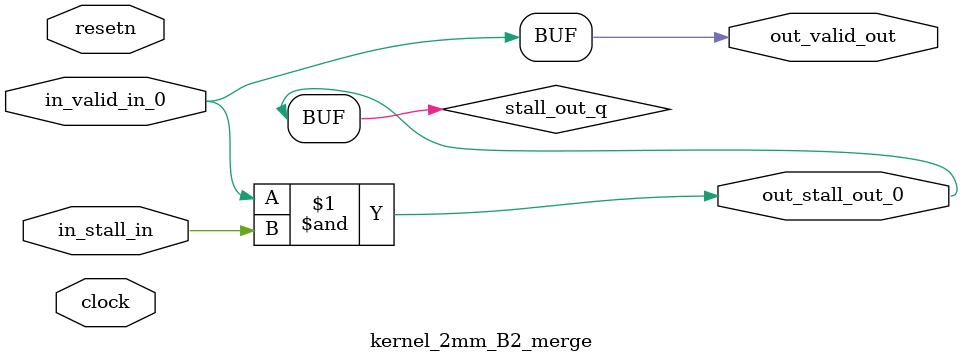
<source format=sv>



(* altera_attribute = "-name AUTO_SHIFT_REGISTER_RECOGNITION OFF; -name MESSAGE_DISABLE 10036; -name MESSAGE_DISABLE 10037; -name MESSAGE_DISABLE 14130; -name MESSAGE_DISABLE 14320; -name MESSAGE_DISABLE 15400; -name MESSAGE_DISABLE 14130; -name MESSAGE_DISABLE 10036; -name MESSAGE_DISABLE 12020; -name MESSAGE_DISABLE 12030; -name MESSAGE_DISABLE 12010; -name MESSAGE_DISABLE 12110; -name MESSAGE_DISABLE 14320; -name MESSAGE_DISABLE 13410; -name MESSAGE_DISABLE 113007; -name MESSAGE_DISABLE 10958" *)
module kernel_2mm_B2_merge (
    input wire [0:0] in_stall_in,
    input wire [0:0] in_valid_in_0,
    output wire [0:0] out_stall_out_0,
    output wire [0:0] out_valid_out,
    input wire clock,
    input wire resetn
    );

    wire [0:0] stall_out_q;


    // stall_out(LOGICAL,6)
    assign stall_out_q = in_valid_in_0 & in_stall_in;

    // out_stall_out_0(GPOUT,4)
    assign out_stall_out_0 = stall_out_q;

    // out_valid_out(GPOUT,5)
    assign out_valid_out = in_valid_in_0;

endmodule

</source>
